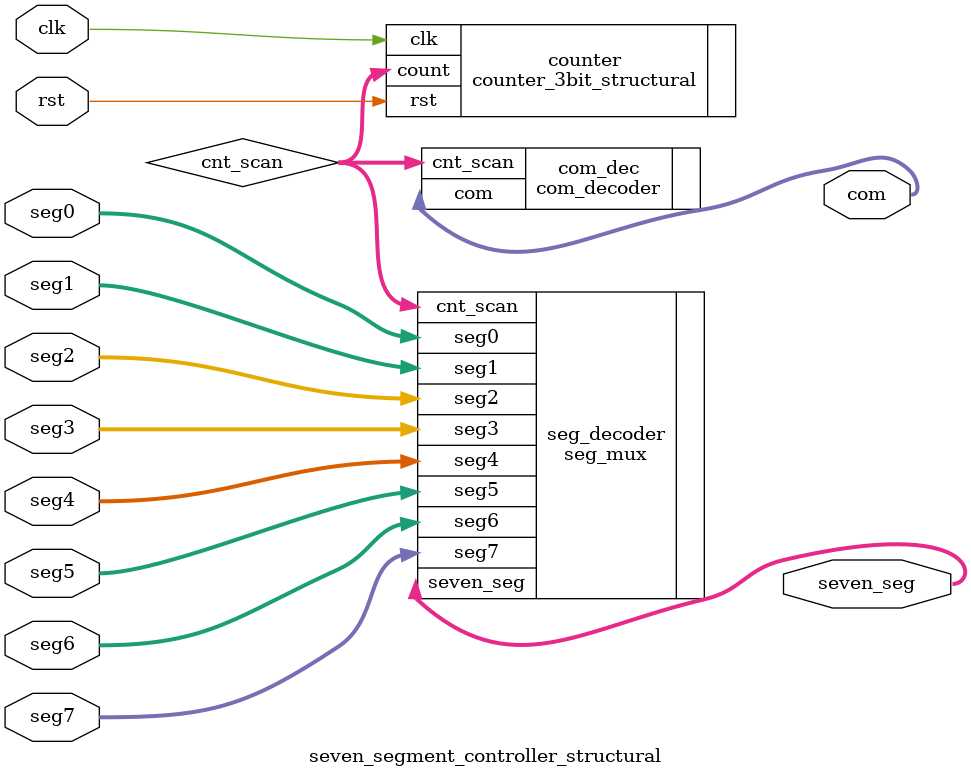
<source format=v>
module seven_segment_controller_structural (
    input clk, rst,
    input [6:0] seg0, seg1, seg2, seg3, seg4, seg5, seg6, seg7, // 각 디스플레이의 세그먼트 값
    output [7:0] com,    // Common 신호
    output [6:0] seven_seg // 현재 활성화된 디스플레이의 데이터
);

    wire [2:0] cnt_scan; // 3비트 카운터 출력

    // 3비트 카운터 인스턴스
    counter_3bit_structural counter (
        .clk(clk),
        .rst(rst),
        .count(cnt_scan)
    );

    // MUX를 사용하여 com 신호 및 seven_seg 선택
    com_decoder com_dec (
        .cnt_scan(cnt_scan),
        .com(com)
    );

    seg_mux seg_decoder (
        .cnt_scan(cnt_scan),
        .seg0(seg0), .seg1(seg1), .seg2(seg2), .seg3(seg3),
        .seg4(seg4), .seg5(seg5), .seg6(seg6), .seg7(seg7),
        .seven_seg(seven_seg)
    );

endmodule

</source>
